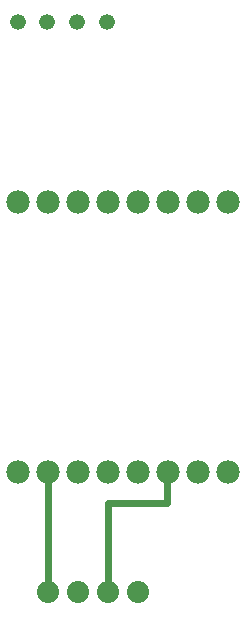
<source format=gtl>
G04 MADE WITH FRITZING*
G04 WWW.FRITZING.ORG*
G04 DOUBLE SIDED*
G04 HOLES PLATED*
G04 CONTOUR ON CENTER OF CONTOUR VECTOR*
%ASAXBY*%
%FSLAX23Y23*%
%MOIN*%
%OFA0B0*%
%SFA1.0B1.0*%
%ADD10C,0.073889*%
%ADD11C,0.052685*%
%ADD12C,0.077778*%
%ADD13R,0.000105X0.000106*%
%ADD14C,0.024000*%
%ADD15C,0.011111*%
%LNCOPPER1*%
G90*
G70*
G54D10*
X590Y163D03*
X690Y163D03*
X790Y163D03*
X890Y163D03*
G54D11*
X789Y2063D03*
X689Y2063D03*
X589Y2063D03*
X490Y2063D03*
G54D12*
X1190Y1463D03*
X1090Y1463D03*
X990Y1463D03*
X890Y1463D03*
X790Y1463D03*
X690Y1463D03*
X590Y1463D03*
X490Y1463D03*
X490Y563D03*
X590Y563D03*
X690Y563D03*
X790Y563D03*
X890Y563D03*
X990Y563D03*
X1090Y563D03*
X1190Y563D03*
G54D13*
X689Y2062D03*
G54D14*
X790Y461D02*
X988Y461D01*
D02*
X988Y461D02*
X989Y534D01*
D02*
X790Y197D02*
X790Y461D01*
D02*
X590Y197D02*
X590Y534D01*
G54D15*
D02*
X991Y462D02*
X990Y539D01*
D02*
X790Y462D02*
X991Y462D01*
D02*
X590Y191D02*
X590Y539D01*
D02*
X790Y191D02*
X790Y462D01*
G04 End of Copper1*
M02*
</source>
